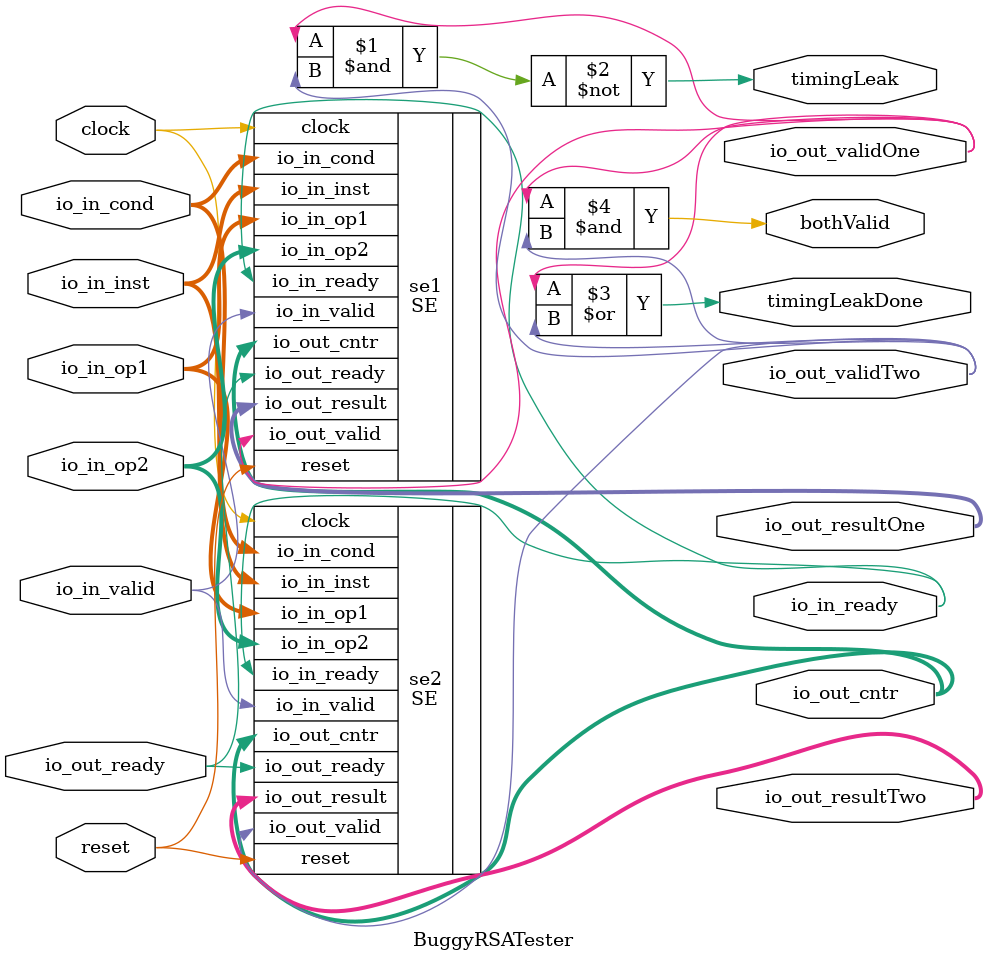
<source format=v>

`include "../SE_verilog/SE_buggy_rsa.v"

module BuggyRSATester (
  input clock,
  input reset,
  input [7:0] io_in_inst,
  input [127:0] io_in_op1,
  input [127:0] io_in_op2,
  input [127:0] io_in_cond,
  input  io_in_valid,
  output io_in_ready,
  output [127:0] io_out_resultOne,
  output [127:0] io_out_resultTwo,
  output io_out_validOne,
  output io_out_validTwo,
  input io_out_ready,
  output [7:0] io_out_cntr,
  output timingLeak,
  output timingLeakDone,
  output bothValid
);

SE se1(
  .clock(clock),
  .reset(reset),
  .io_in_inst(io_in_inst),
  .io_in_op1(io_in_op1),
  .io_in_op2(io_in_op2),
  .io_in_cond(io_in_cond),
  .io_in_valid(io_in_valid),
  .io_in_ready(io_in_ready),
  .io_out_result(io_out_resultOne),
  .io_out_valid(io_out_validOne),
  .io_out_ready(io_out_ready),
  .io_out_cntr(io_out_cntr)
);

SE se2(
  .clock(clock),
  .reset(reset),
  .io_in_inst(io_in_inst),
  .io_in_op1(io_in_op1),
  .io_in_op2(io_in_op2),
  .io_in_cond(io_in_cond),
  .io_in_valid(io_in_valid),
  .io_in_ready(io_in_ready),
  .io_out_result(io_out_resultTwo),
  .io_out_valid(io_out_validTwo),
  .io_out_ready(io_out_ready),
  .io_out_cntr(io_out_cntr)
);

assign timingLeak = ~(io_out_validOne & io_out_validTwo);
assign timingLeakDone = io_out_validOne | io_out_validTwo;
assign bothValid = io_out_validOne & io_out_validTwo;

endmodule
</source>
